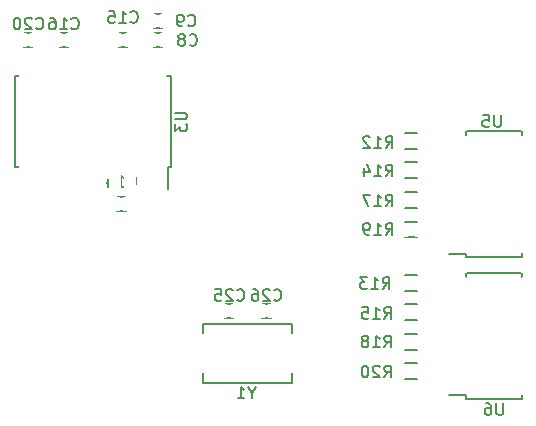
<source format=gbo>
G04 #@! TF.FileFunction,Legend,Bot*
%FSLAX46Y46*%
G04 Gerber Fmt 4.6, Leading zero omitted, Abs format (unit mm)*
G04 Created by KiCad (PCBNEW 4.0.7) date 01/05/18 11:34:56*
%MOMM*%
%LPD*%
G01*
G04 APERTURE LIST*
%ADD10C,0.100000*%
%ADD11C,0.150000*%
%ADD12C,3.448000*%
%ADD13R,1.200000X1.150000*%
%ADD14R,1.050000X4.000000*%
%ADD15R,1.050000X5.000000*%
%ADD16O,1.050000X1.050000*%
%ADD17R,2.178000X2.686000*%
%ADD18R,2.127200X2.127200*%
%ADD19O,2.127200X2.127200*%
%ADD20C,1.299160*%
%ADD21C,7.004000*%
%ADD22R,0.900000X1.300000*%
%ADD23R,1.000000X2.350000*%
%ADD24R,1.900000X1.000000*%
%ADD25R,2.599640X2.800300*%
%ADD26R,2.100000X2.100000*%
%ADD27O,2.100000X2.100000*%
G04 APERTURE END LIST*
D10*
D11*
X135540000Y-86866000D02*
X134840000Y-86866000D01*
X134840000Y-88066000D02*
X135540000Y-88066000D01*
X135540000Y-85266000D02*
X134840000Y-85266000D01*
X134840000Y-86466000D02*
X135540000Y-86466000D01*
X132430000Y-100746000D02*
X131730000Y-100746000D01*
X131730000Y-101946000D02*
X132430000Y-101946000D01*
X132540000Y-86866000D02*
X131840000Y-86866000D01*
X131840000Y-88066000D02*
X132540000Y-88066000D01*
X126840000Y-88066000D02*
X127540000Y-88066000D01*
X127540000Y-86866000D02*
X126840000Y-86866000D01*
X123840000Y-88066000D02*
X124540000Y-88066000D01*
X124540000Y-86866000D02*
X123840000Y-86866000D01*
X141550000Y-109800000D02*
X140850000Y-109800000D01*
X140850000Y-111000000D02*
X141550000Y-111000000D01*
X144000000Y-111000000D02*
X144700000Y-111000000D01*
X144700000Y-109800000D02*
X144000000Y-109800000D01*
X156120000Y-96683000D02*
X157120000Y-96683000D01*
X157120000Y-95333000D02*
X156120000Y-95333000D01*
X156120000Y-108683000D02*
X157120000Y-108683000D01*
X157120000Y-107333000D02*
X156120000Y-107333000D01*
X156120000Y-99183000D02*
X157120000Y-99183000D01*
X157120000Y-97833000D02*
X156120000Y-97833000D01*
X156120000Y-111183000D02*
X157120000Y-111183000D01*
X157120000Y-109833000D02*
X156120000Y-109833000D01*
X156120000Y-101683000D02*
X157120000Y-101683000D01*
X157120000Y-100333000D02*
X156120000Y-100333000D01*
X156120000Y-113683000D02*
X157120000Y-113683000D01*
X157120000Y-112333000D02*
X156120000Y-112333000D01*
X156120000Y-104183000D02*
X157120000Y-104183000D01*
X157120000Y-102833000D02*
X156120000Y-102833000D01*
X136230000Y-98241000D02*
X135980000Y-98241000D01*
X136230000Y-90491000D02*
X135895000Y-90491000D01*
X123080000Y-90491000D02*
X123415000Y-90491000D01*
X123080000Y-98241000D02*
X123415000Y-98241000D01*
X136230000Y-98241000D02*
X136230000Y-90491000D01*
X123080000Y-98241000D02*
X123080000Y-90491000D01*
X135980000Y-98241000D02*
X135980000Y-100041000D01*
X161245000Y-105833000D02*
X161245000Y-105558000D01*
X165995000Y-105833000D02*
X165995000Y-105478000D01*
X165995000Y-95183000D02*
X165995000Y-95538000D01*
X161245000Y-95183000D02*
X161245000Y-95538000D01*
X161245000Y-105833000D02*
X165995000Y-105833000D01*
X161345000Y-95183000D02*
X165895000Y-95183000D01*
X161245000Y-105558000D02*
X159835000Y-105558000D01*
X161245000Y-117833000D02*
X161245000Y-117558000D01*
X165995000Y-117833000D02*
X165995000Y-117478000D01*
X165995000Y-107183000D02*
X165995000Y-107538000D01*
X161245000Y-107183000D02*
X161245000Y-107538000D01*
X161245000Y-117833000D02*
X165995000Y-117833000D01*
X161345000Y-107183000D02*
X165895000Y-107183000D01*
X161245000Y-117558000D02*
X159835000Y-117558000D01*
X139000960Y-111500640D02*
X139000960Y-112300740D01*
X139000960Y-116499360D02*
X139000960Y-115699260D01*
X146499040Y-116499360D02*
X146499040Y-115699260D01*
X146499040Y-111500640D02*
X146499040Y-112300740D01*
X139000960Y-111500640D02*
X146499040Y-111500640D01*
X146499040Y-116499360D02*
X139000960Y-116499360D01*
X156116400Y-116194200D02*
X157116400Y-116194200D01*
X157116400Y-114844200D02*
X156116400Y-114844200D01*
X137834666Y-87860143D02*
X137882285Y-87907762D01*
X138025142Y-87955381D01*
X138120380Y-87955381D01*
X138263238Y-87907762D01*
X138358476Y-87812524D01*
X138406095Y-87717286D01*
X138453714Y-87526810D01*
X138453714Y-87383952D01*
X138406095Y-87193476D01*
X138358476Y-87098238D01*
X138263238Y-87003000D01*
X138120380Y-86955381D01*
X138025142Y-86955381D01*
X137882285Y-87003000D01*
X137834666Y-87050619D01*
X137263238Y-87383952D02*
X137358476Y-87336333D01*
X137406095Y-87288714D01*
X137453714Y-87193476D01*
X137453714Y-87145857D01*
X137406095Y-87050619D01*
X137358476Y-87003000D01*
X137263238Y-86955381D01*
X137072761Y-86955381D01*
X136977523Y-87003000D01*
X136929904Y-87050619D01*
X136882285Y-87145857D01*
X136882285Y-87193476D01*
X136929904Y-87288714D01*
X136977523Y-87336333D01*
X137072761Y-87383952D01*
X137263238Y-87383952D01*
X137358476Y-87431571D01*
X137406095Y-87479190D01*
X137453714Y-87574429D01*
X137453714Y-87764905D01*
X137406095Y-87860143D01*
X137358476Y-87907762D01*
X137263238Y-87955381D01*
X137072761Y-87955381D01*
X136977523Y-87907762D01*
X136929904Y-87860143D01*
X136882285Y-87764905D01*
X136882285Y-87574429D01*
X136929904Y-87479190D01*
X136977523Y-87431571D01*
X137072761Y-87383952D01*
X137707666Y-86209143D02*
X137755285Y-86256762D01*
X137898142Y-86304381D01*
X137993380Y-86304381D01*
X138136238Y-86256762D01*
X138231476Y-86161524D01*
X138279095Y-86066286D01*
X138326714Y-85875810D01*
X138326714Y-85732952D01*
X138279095Y-85542476D01*
X138231476Y-85447238D01*
X138136238Y-85352000D01*
X137993380Y-85304381D01*
X137898142Y-85304381D01*
X137755285Y-85352000D01*
X137707666Y-85399619D01*
X137231476Y-86304381D02*
X137041000Y-86304381D01*
X136945761Y-86256762D01*
X136898142Y-86209143D01*
X136802904Y-86066286D01*
X136755285Y-85875810D01*
X136755285Y-85494857D01*
X136802904Y-85399619D01*
X136850523Y-85352000D01*
X136945761Y-85304381D01*
X137136238Y-85304381D01*
X137231476Y-85352000D01*
X137279095Y-85399619D01*
X137326714Y-85494857D01*
X137326714Y-85732952D01*
X137279095Y-85828190D01*
X137231476Y-85875810D01*
X137136238Y-85923429D01*
X136945761Y-85923429D01*
X136850523Y-85875810D01*
X136802904Y-85828190D01*
X136755285Y-85732952D01*
X132722857Y-99803143D02*
X132770476Y-99850762D01*
X132913333Y-99898381D01*
X133008571Y-99898381D01*
X133151429Y-99850762D01*
X133246667Y-99755524D01*
X133294286Y-99660286D01*
X133341905Y-99469810D01*
X133341905Y-99326952D01*
X133294286Y-99136476D01*
X133246667Y-99041238D01*
X133151429Y-98946000D01*
X133008571Y-98898381D01*
X132913333Y-98898381D01*
X132770476Y-98946000D01*
X132722857Y-98993619D01*
X131770476Y-99898381D02*
X132341905Y-99898381D01*
X132056191Y-99898381D02*
X132056191Y-98898381D01*
X132151429Y-99041238D01*
X132246667Y-99136476D01*
X132341905Y-99184095D01*
X130913333Y-99231714D02*
X130913333Y-99898381D01*
X131151429Y-98850762D02*
X131389524Y-99565048D01*
X130770476Y-99565048D01*
X132832857Y-85923143D02*
X132880476Y-85970762D01*
X133023333Y-86018381D01*
X133118571Y-86018381D01*
X133261429Y-85970762D01*
X133356667Y-85875524D01*
X133404286Y-85780286D01*
X133451905Y-85589810D01*
X133451905Y-85446952D01*
X133404286Y-85256476D01*
X133356667Y-85161238D01*
X133261429Y-85066000D01*
X133118571Y-85018381D01*
X133023333Y-85018381D01*
X132880476Y-85066000D01*
X132832857Y-85113619D01*
X131880476Y-86018381D02*
X132451905Y-86018381D01*
X132166191Y-86018381D02*
X132166191Y-85018381D01*
X132261429Y-85161238D01*
X132356667Y-85256476D01*
X132451905Y-85304095D01*
X130975714Y-85018381D02*
X131451905Y-85018381D01*
X131499524Y-85494571D01*
X131451905Y-85446952D01*
X131356667Y-85399333D01*
X131118571Y-85399333D01*
X131023333Y-85446952D01*
X130975714Y-85494571D01*
X130928095Y-85589810D01*
X130928095Y-85827905D01*
X130975714Y-85923143D01*
X131023333Y-85970762D01*
X131118571Y-86018381D01*
X131356667Y-86018381D01*
X131451905Y-85970762D01*
X131499524Y-85923143D01*
X127832857Y-86463143D02*
X127880476Y-86510762D01*
X128023333Y-86558381D01*
X128118571Y-86558381D01*
X128261429Y-86510762D01*
X128356667Y-86415524D01*
X128404286Y-86320286D01*
X128451905Y-86129810D01*
X128451905Y-85986952D01*
X128404286Y-85796476D01*
X128356667Y-85701238D01*
X128261429Y-85606000D01*
X128118571Y-85558381D01*
X128023333Y-85558381D01*
X127880476Y-85606000D01*
X127832857Y-85653619D01*
X126880476Y-86558381D02*
X127451905Y-86558381D01*
X127166191Y-86558381D02*
X127166191Y-85558381D01*
X127261429Y-85701238D01*
X127356667Y-85796476D01*
X127451905Y-85844095D01*
X126023333Y-85558381D02*
X126213810Y-85558381D01*
X126309048Y-85606000D01*
X126356667Y-85653619D01*
X126451905Y-85796476D01*
X126499524Y-85986952D01*
X126499524Y-86367905D01*
X126451905Y-86463143D01*
X126404286Y-86510762D01*
X126309048Y-86558381D01*
X126118571Y-86558381D01*
X126023333Y-86510762D01*
X125975714Y-86463143D01*
X125928095Y-86367905D01*
X125928095Y-86129810D01*
X125975714Y-86034571D01*
X126023333Y-85986952D01*
X126118571Y-85939333D01*
X126309048Y-85939333D01*
X126404286Y-85986952D01*
X126451905Y-86034571D01*
X126499524Y-86129810D01*
X124848857Y-86463143D02*
X124896476Y-86510762D01*
X125039333Y-86558381D01*
X125134571Y-86558381D01*
X125277429Y-86510762D01*
X125372667Y-86415524D01*
X125420286Y-86320286D01*
X125467905Y-86129810D01*
X125467905Y-85986952D01*
X125420286Y-85796476D01*
X125372667Y-85701238D01*
X125277429Y-85606000D01*
X125134571Y-85558381D01*
X125039333Y-85558381D01*
X124896476Y-85606000D01*
X124848857Y-85653619D01*
X124467905Y-85653619D02*
X124420286Y-85606000D01*
X124325048Y-85558381D01*
X124086952Y-85558381D01*
X123991714Y-85606000D01*
X123944095Y-85653619D01*
X123896476Y-85748857D01*
X123896476Y-85844095D01*
X123944095Y-85986952D01*
X124515524Y-86558381D01*
X123896476Y-86558381D01*
X123277429Y-85558381D02*
X123182190Y-85558381D01*
X123086952Y-85606000D01*
X123039333Y-85653619D01*
X122991714Y-85748857D01*
X122944095Y-85939333D01*
X122944095Y-86177429D01*
X122991714Y-86367905D01*
X123039333Y-86463143D01*
X123086952Y-86510762D01*
X123182190Y-86558381D01*
X123277429Y-86558381D01*
X123372667Y-86510762D01*
X123420286Y-86463143D01*
X123467905Y-86367905D01*
X123515524Y-86177429D01*
X123515524Y-85939333D01*
X123467905Y-85748857D01*
X123420286Y-85653619D01*
X123372667Y-85606000D01*
X123277429Y-85558381D01*
X141866857Y-109450143D02*
X141914476Y-109497762D01*
X142057333Y-109545381D01*
X142152571Y-109545381D01*
X142295429Y-109497762D01*
X142390667Y-109402524D01*
X142438286Y-109307286D01*
X142485905Y-109116810D01*
X142485905Y-108973952D01*
X142438286Y-108783476D01*
X142390667Y-108688238D01*
X142295429Y-108593000D01*
X142152571Y-108545381D01*
X142057333Y-108545381D01*
X141914476Y-108593000D01*
X141866857Y-108640619D01*
X141485905Y-108640619D02*
X141438286Y-108593000D01*
X141343048Y-108545381D01*
X141104952Y-108545381D01*
X141009714Y-108593000D01*
X140962095Y-108640619D01*
X140914476Y-108735857D01*
X140914476Y-108831095D01*
X140962095Y-108973952D01*
X141533524Y-109545381D01*
X140914476Y-109545381D01*
X140009714Y-108545381D02*
X140485905Y-108545381D01*
X140533524Y-109021571D01*
X140485905Y-108973952D01*
X140390667Y-108926333D01*
X140152571Y-108926333D01*
X140057333Y-108973952D01*
X140009714Y-109021571D01*
X139962095Y-109116810D01*
X139962095Y-109354905D01*
X140009714Y-109450143D01*
X140057333Y-109497762D01*
X140152571Y-109545381D01*
X140390667Y-109545381D01*
X140485905Y-109497762D01*
X140533524Y-109450143D01*
X144992857Y-109450143D02*
X145040476Y-109497762D01*
X145183333Y-109545381D01*
X145278571Y-109545381D01*
X145421429Y-109497762D01*
X145516667Y-109402524D01*
X145564286Y-109307286D01*
X145611905Y-109116810D01*
X145611905Y-108973952D01*
X145564286Y-108783476D01*
X145516667Y-108688238D01*
X145421429Y-108593000D01*
X145278571Y-108545381D01*
X145183333Y-108545381D01*
X145040476Y-108593000D01*
X144992857Y-108640619D01*
X144611905Y-108640619D02*
X144564286Y-108593000D01*
X144469048Y-108545381D01*
X144230952Y-108545381D01*
X144135714Y-108593000D01*
X144088095Y-108640619D01*
X144040476Y-108735857D01*
X144040476Y-108831095D01*
X144088095Y-108973952D01*
X144659524Y-109545381D01*
X144040476Y-109545381D01*
X143183333Y-108545381D02*
X143373810Y-108545381D01*
X143469048Y-108593000D01*
X143516667Y-108640619D01*
X143611905Y-108783476D01*
X143659524Y-108973952D01*
X143659524Y-109354905D01*
X143611905Y-109450143D01*
X143564286Y-109497762D01*
X143469048Y-109545381D01*
X143278571Y-109545381D01*
X143183333Y-109497762D01*
X143135714Y-109450143D01*
X143088095Y-109354905D01*
X143088095Y-109116810D01*
X143135714Y-109021571D01*
X143183333Y-108973952D01*
X143278571Y-108926333D01*
X143469048Y-108926333D01*
X143564286Y-108973952D01*
X143611905Y-109021571D01*
X143659524Y-109116810D01*
X154439857Y-96591381D02*
X154773191Y-96115190D01*
X155011286Y-96591381D02*
X155011286Y-95591381D01*
X154630333Y-95591381D01*
X154535095Y-95639000D01*
X154487476Y-95686619D01*
X154439857Y-95781857D01*
X154439857Y-95924714D01*
X154487476Y-96019952D01*
X154535095Y-96067571D01*
X154630333Y-96115190D01*
X155011286Y-96115190D01*
X153487476Y-96591381D02*
X154058905Y-96591381D01*
X153773191Y-96591381D02*
X153773191Y-95591381D01*
X153868429Y-95734238D01*
X153963667Y-95829476D01*
X154058905Y-95877095D01*
X153106524Y-95686619D02*
X153058905Y-95639000D01*
X152963667Y-95591381D01*
X152725571Y-95591381D01*
X152630333Y-95639000D01*
X152582714Y-95686619D01*
X152535095Y-95781857D01*
X152535095Y-95877095D01*
X152582714Y-96019952D01*
X153154143Y-96591381D01*
X152535095Y-96591381D01*
X154185857Y-108529381D02*
X154519191Y-108053190D01*
X154757286Y-108529381D02*
X154757286Y-107529381D01*
X154376333Y-107529381D01*
X154281095Y-107577000D01*
X154233476Y-107624619D01*
X154185857Y-107719857D01*
X154185857Y-107862714D01*
X154233476Y-107957952D01*
X154281095Y-108005571D01*
X154376333Y-108053190D01*
X154757286Y-108053190D01*
X153233476Y-108529381D02*
X153804905Y-108529381D01*
X153519191Y-108529381D02*
X153519191Y-107529381D01*
X153614429Y-107672238D01*
X153709667Y-107767476D01*
X153804905Y-107815095D01*
X152900143Y-107529381D02*
X152281095Y-107529381D01*
X152614429Y-107910333D01*
X152471571Y-107910333D01*
X152376333Y-107957952D01*
X152328714Y-108005571D01*
X152281095Y-108100810D01*
X152281095Y-108338905D01*
X152328714Y-108434143D01*
X152376333Y-108481762D01*
X152471571Y-108529381D01*
X152757286Y-108529381D01*
X152852524Y-108481762D01*
X152900143Y-108434143D01*
X154439857Y-99004381D02*
X154773191Y-98528190D01*
X155011286Y-99004381D02*
X155011286Y-98004381D01*
X154630333Y-98004381D01*
X154535095Y-98052000D01*
X154487476Y-98099619D01*
X154439857Y-98194857D01*
X154439857Y-98337714D01*
X154487476Y-98432952D01*
X154535095Y-98480571D01*
X154630333Y-98528190D01*
X155011286Y-98528190D01*
X153487476Y-99004381D02*
X154058905Y-99004381D01*
X153773191Y-99004381D02*
X153773191Y-98004381D01*
X153868429Y-98147238D01*
X153963667Y-98242476D01*
X154058905Y-98290095D01*
X152630333Y-98337714D02*
X152630333Y-99004381D01*
X152868429Y-97956762D02*
X153106524Y-98671048D01*
X152487476Y-98671048D01*
X154312857Y-111069381D02*
X154646191Y-110593190D01*
X154884286Y-111069381D02*
X154884286Y-110069381D01*
X154503333Y-110069381D01*
X154408095Y-110117000D01*
X154360476Y-110164619D01*
X154312857Y-110259857D01*
X154312857Y-110402714D01*
X154360476Y-110497952D01*
X154408095Y-110545571D01*
X154503333Y-110593190D01*
X154884286Y-110593190D01*
X153360476Y-111069381D02*
X153931905Y-111069381D01*
X153646191Y-111069381D02*
X153646191Y-110069381D01*
X153741429Y-110212238D01*
X153836667Y-110307476D01*
X153931905Y-110355095D01*
X152455714Y-110069381D02*
X152931905Y-110069381D01*
X152979524Y-110545571D01*
X152931905Y-110497952D01*
X152836667Y-110450333D01*
X152598571Y-110450333D01*
X152503333Y-110497952D01*
X152455714Y-110545571D01*
X152408095Y-110640810D01*
X152408095Y-110878905D01*
X152455714Y-110974143D01*
X152503333Y-111021762D01*
X152598571Y-111069381D01*
X152836667Y-111069381D01*
X152931905Y-111021762D01*
X152979524Y-110974143D01*
X154439857Y-101544381D02*
X154773191Y-101068190D01*
X155011286Y-101544381D02*
X155011286Y-100544381D01*
X154630333Y-100544381D01*
X154535095Y-100592000D01*
X154487476Y-100639619D01*
X154439857Y-100734857D01*
X154439857Y-100877714D01*
X154487476Y-100972952D01*
X154535095Y-101020571D01*
X154630333Y-101068190D01*
X155011286Y-101068190D01*
X153487476Y-101544381D02*
X154058905Y-101544381D01*
X153773191Y-101544381D02*
X153773191Y-100544381D01*
X153868429Y-100687238D01*
X153963667Y-100782476D01*
X154058905Y-100830095D01*
X153154143Y-100544381D02*
X152487476Y-100544381D01*
X152916048Y-101544381D01*
X154312857Y-113482381D02*
X154646191Y-113006190D01*
X154884286Y-113482381D02*
X154884286Y-112482381D01*
X154503333Y-112482381D01*
X154408095Y-112530000D01*
X154360476Y-112577619D01*
X154312857Y-112672857D01*
X154312857Y-112815714D01*
X154360476Y-112910952D01*
X154408095Y-112958571D01*
X154503333Y-113006190D01*
X154884286Y-113006190D01*
X153360476Y-113482381D02*
X153931905Y-113482381D01*
X153646191Y-113482381D02*
X153646191Y-112482381D01*
X153741429Y-112625238D01*
X153836667Y-112720476D01*
X153931905Y-112768095D01*
X152789048Y-112910952D02*
X152884286Y-112863333D01*
X152931905Y-112815714D01*
X152979524Y-112720476D01*
X152979524Y-112672857D01*
X152931905Y-112577619D01*
X152884286Y-112530000D01*
X152789048Y-112482381D01*
X152598571Y-112482381D01*
X152503333Y-112530000D01*
X152455714Y-112577619D01*
X152408095Y-112672857D01*
X152408095Y-112720476D01*
X152455714Y-112815714D01*
X152503333Y-112863333D01*
X152598571Y-112910952D01*
X152789048Y-112910952D01*
X152884286Y-112958571D01*
X152931905Y-113006190D01*
X152979524Y-113101429D01*
X152979524Y-113291905D01*
X152931905Y-113387143D01*
X152884286Y-113434762D01*
X152789048Y-113482381D01*
X152598571Y-113482381D01*
X152503333Y-113434762D01*
X152455714Y-113387143D01*
X152408095Y-113291905D01*
X152408095Y-113101429D01*
X152455714Y-113006190D01*
X152503333Y-112958571D01*
X152598571Y-112910952D01*
X154439857Y-103957381D02*
X154773191Y-103481190D01*
X155011286Y-103957381D02*
X155011286Y-102957381D01*
X154630333Y-102957381D01*
X154535095Y-103005000D01*
X154487476Y-103052619D01*
X154439857Y-103147857D01*
X154439857Y-103290714D01*
X154487476Y-103385952D01*
X154535095Y-103433571D01*
X154630333Y-103481190D01*
X155011286Y-103481190D01*
X153487476Y-103957381D02*
X154058905Y-103957381D01*
X153773191Y-103957381D02*
X153773191Y-102957381D01*
X153868429Y-103100238D01*
X153963667Y-103195476D01*
X154058905Y-103243095D01*
X153011286Y-103957381D02*
X152820810Y-103957381D01*
X152725571Y-103909762D01*
X152677952Y-103862143D01*
X152582714Y-103719286D01*
X152535095Y-103528810D01*
X152535095Y-103147857D01*
X152582714Y-103052619D01*
X152630333Y-103005000D01*
X152725571Y-102957381D01*
X152916048Y-102957381D01*
X153011286Y-103005000D01*
X153058905Y-103052619D01*
X153106524Y-103147857D01*
X153106524Y-103385952D01*
X153058905Y-103481190D01*
X153011286Y-103528810D01*
X152916048Y-103576429D01*
X152725571Y-103576429D01*
X152630333Y-103528810D01*
X152582714Y-103481190D01*
X152535095Y-103385952D01*
X136607381Y-93604095D02*
X137416905Y-93604095D01*
X137512143Y-93651714D01*
X137559762Y-93699333D01*
X137607381Y-93794571D01*
X137607381Y-93985048D01*
X137559762Y-94080286D01*
X137512143Y-94127905D01*
X137416905Y-94175524D01*
X136607381Y-94175524D01*
X136607381Y-94556476D02*
X136607381Y-95175524D01*
X136988333Y-94842190D01*
X136988333Y-94985048D01*
X137035952Y-95080286D01*
X137083571Y-95127905D01*
X137178810Y-95175524D01*
X137416905Y-95175524D01*
X137512143Y-95127905D01*
X137559762Y-95080286D01*
X137607381Y-94985048D01*
X137607381Y-94699333D01*
X137559762Y-94604095D01*
X137512143Y-94556476D01*
X164210905Y-93813381D02*
X164210905Y-94622905D01*
X164163286Y-94718143D01*
X164115667Y-94765762D01*
X164020429Y-94813381D01*
X163829952Y-94813381D01*
X163734714Y-94765762D01*
X163687095Y-94718143D01*
X163639476Y-94622905D01*
X163639476Y-93813381D01*
X162687095Y-93813381D02*
X163163286Y-93813381D01*
X163210905Y-94289571D01*
X163163286Y-94241952D01*
X163068048Y-94194333D01*
X162829952Y-94194333D01*
X162734714Y-94241952D01*
X162687095Y-94289571D01*
X162639476Y-94384810D01*
X162639476Y-94622905D01*
X162687095Y-94718143D01*
X162734714Y-94765762D01*
X162829952Y-94813381D01*
X163068048Y-94813381D01*
X163163286Y-94765762D01*
X163210905Y-94718143D01*
X164381905Y-118210381D02*
X164381905Y-119019905D01*
X164334286Y-119115143D01*
X164286667Y-119162762D01*
X164191429Y-119210381D01*
X164000952Y-119210381D01*
X163905714Y-119162762D01*
X163858095Y-119115143D01*
X163810476Y-119019905D01*
X163810476Y-118210381D01*
X162905714Y-118210381D02*
X163096191Y-118210381D01*
X163191429Y-118258000D01*
X163239048Y-118305619D01*
X163334286Y-118448476D01*
X163381905Y-118638952D01*
X163381905Y-119019905D01*
X163334286Y-119115143D01*
X163286667Y-119162762D01*
X163191429Y-119210381D01*
X163000952Y-119210381D01*
X162905714Y-119162762D01*
X162858095Y-119115143D01*
X162810476Y-119019905D01*
X162810476Y-118781810D01*
X162858095Y-118686571D01*
X162905714Y-118638952D01*
X163000952Y-118591333D01*
X163191429Y-118591333D01*
X163286667Y-118638952D01*
X163334286Y-118686571D01*
X163381905Y-118781810D01*
X143097191Y-117324190D02*
X143097191Y-117800381D01*
X143430524Y-116800381D02*
X143097191Y-117324190D01*
X142763857Y-116800381D01*
X141906714Y-117800381D02*
X142478143Y-117800381D01*
X142192429Y-117800381D02*
X142192429Y-116800381D01*
X142287667Y-116943238D01*
X142382905Y-117038476D01*
X142478143Y-117086095D01*
X154312857Y-116022381D02*
X154646191Y-115546190D01*
X154884286Y-116022381D02*
X154884286Y-115022381D01*
X154503333Y-115022381D01*
X154408095Y-115070000D01*
X154360476Y-115117619D01*
X154312857Y-115212857D01*
X154312857Y-115355714D01*
X154360476Y-115450952D01*
X154408095Y-115498571D01*
X154503333Y-115546190D01*
X154884286Y-115546190D01*
X153931905Y-115117619D02*
X153884286Y-115070000D01*
X153789048Y-115022381D01*
X153550952Y-115022381D01*
X153455714Y-115070000D01*
X153408095Y-115117619D01*
X153360476Y-115212857D01*
X153360476Y-115308095D01*
X153408095Y-115450952D01*
X153979524Y-116022381D01*
X153360476Y-116022381D01*
X152741429Y-115022381D02*
X152646190Y-115022381D01*
X152550952Y-115070000D01*
X152503333Y-115117619D01*
X152455714Y-115212857D01*
X152408095Y-115403333D01*
X152408095Y-115641429D01*
X152455714Y-115831905D01*
X152503333Y-115927143D01*
X152550952Y-115974762D01*
X152646190Y-116022381D01*
X152741429Y-116022381D01*
X152836667Y-115974762D01*
X152884286Y-115927143D01*
X152931905Y-115831905D01*
X152979524Y-115641429D01*
X152979524Y-115403333D01*
X152931905Y-115212857D01*
X152884286Y-115117619D01*
X152836667Y-115070000D01*
X152741429Y-115022381D01*
%LPC*%
D12*
X177292000Y-117398800D03*
X177292000Y-72745600D03*
D13*
X135940000Y-87466000D03*
X134440000Y-87466000D03*
X135940000Y-85866000D03*
X134440000Y-85866000D03*
X132830000Y-101346000D03*
X131330000Y-101346000D03*
X132940000Y-87466000D03*
X131440000Y-87466000D03*
X126440000Y-87466000D03*
X127940000Y-87466000D03*
X123440000Y-87466000D03*
X124940000Y-87466000D03*
X141950000Y-110400000D03*
X140450000Y-110400000D03*
X143600000Y-110400000D03*
X145100000Y-110400000D03*
D14*
X141000000Y-125500000D03*
D15*
X142000000Y-126000000D03*
X143000000Y-126000000D03*
X144000000Y-126000000D03*
X145000000Y-126000000D03*
X146000000Y-126000000D03*
X147000000Y-126000000D03*
X148000000Y-126000000D03*
X149000000Y-126000000D03*
X150000000Y-126000000D03*
X151000000Y-126000000D03*
X156000000Y-126000000D03*
X157000000Y-126000000D03*
X158000000Y-126000000D03*
X159000000Y-126000000D03*
X160000000Y-126000000D03*
X154000000Y-126000000D03*
X155000000Y-126000000D03*
D16*
X144000000Y-128300000D03*
X145000000Y-128300000D03*
X146000000Y-128300000D03*
X147000000Y-128300000D03*
X148000000Y-128300000D03*
X149000000Y-128300000D03*
X150000000Y-128300000D03*
X156000000Y-128300000D03*
X157000000Y-128300000D03*
X143000000Y-128300000D03*
X155000000Y-128300000D03*
X158000000Y-128300000D03*
X151000000Y-128300000D03*
X154000000Y-128300000D03*
X159000000Y-128300000D03*
X160000000Y-128300000D03*
X142000000Y-128300000D03*
D17*
X134140000Y-80600000D03*
X131600000Y-80600000D03*
X129060000Y-80600000D03*
X164600000Y-80500000D03*
X162060000Y-80500000D03*
X159520000Y-80500000D03*
D18*
X174562000Y-107080000D03*
D19*
X172022000Y-107080000D03*
X174562000Y-104540000D03*
X172022000Y-104540000D03*
X174562000Y-102000000D03*
X172022000Y-102000000D03*
X174562000Y-99460000D03*
X172022000Y-99460000D03*
D20*
X150700000Y-76000000D03*
X146300720Y-76000000D03*
D21*
X173900000Y-86300000D03*
X173900000Y-79137200D03*
D22*
X157370000Y-96008000D03*
X155870000Y-96008000D03*
X157370000Y-108008000D03*
X155870000Y-108008000D03*
X157370000Y-98508000D03*
X155870000Y-98508000D03*
X157370000Y-110508000D03*
X155870000Y-110508000D03*
X157370000Y-101008000D03*
X155870000Y-101008000D03*
X157370000Y-113008000D03*
X155870000Y-113008000D03*
X157370000Y-103508000D03*
X155870000Y-103508000D03*
D23*
X135370000Y-99066000D03*
X134100000Y-99066000D03*
X132830000Y-99066000D03*
X131560000Y-99066000D03*
X130290000Y-99066000D03*
X129020000Y-99066000D03*
X127750000Y-99066000D03*
X126480000Y-99066000D03*
X125210000Y-99066000D03*
X123940000Y-99066000D03*
X123940000Y-89666000D03*
X125210000Y-89666000D03*
X126480000Y-89666000D03*
X127750000Y-89666000D03*
X129020000Y-89666000D03*
X130290000Y-89666000D03*
X131560000Y-89666000D03*
X132830000Y-89666000D03*
X134100000Y-89666000D03*
X135370000Y-89666000D03*
D24*
X160320000Y-104953000D03*
X160320000Y-103683000D03*
X160320000Y-102413000D03*
X160320000Y-101143000D03*
X160320000Y-99873000D03*
X160320000Y-98603000D03*
X160320000Y-97333000D03*
X160320000Y-96063000D03*
X166920000Y-96063000D03*
X166920000Y-97333000D03*
X166920000Y-98603000D03*
X166920000Y-99873000D03*
X166920000Y-101143000D03*
X166920000Y-102413000D03*
X166920000Y-103683000D03*
X166920000Y-104953000D03*
X160320000Y-116953000D03*
X160320000Y-115683000D03*
X160320000Y-114413000D03*
X160320000Y-113143000D03*
X160320000Y-111873000D03*
X160320000Y-110603000D03*
X160320000Y-109333000D03*
X160320000Y-108063000D03*
X166920000Y-108063000D03*
X166920000Y-109333000D03*
X166920000Y-110603000D03*
X166920000Y-111873000D03*
X166920000Y-113143000D03*
X166920000Y-114413000D03*
X166920000Y-115683000D03*
X166920000Y-116953000D03*
D25*
X139600400Y-114000000D03*
X145899600Y-114000000D03*
D12*
X122682000Y-72745600D03*
D26*
X170027600Y-116687600D03*
D27*
X172567600Y-116687600D03*
D22*
X157366400Y-115519200D03*
X155866400Y-115519200D03*
M02*

</source>
